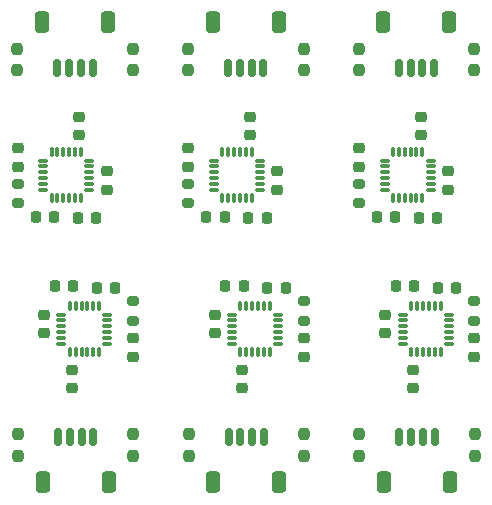
<source format=gbr>
%TF.GenerationSoftware,KiCad,Pcbnew,6.0.9-8da3e8f707~116~ubuntu20.04.1*%
%TF.CreationDate,2022-11-17T11:37:03+01:00*%
%TF.ProjectId,panel_sensor,70616e65-6c5f-4736-956e-736f722e6b69,rev?*%
%TF.SameCoordinates,Original*%
%TF.FileFunction,Paste,Top*%
%TF.FilePolarity,Positive*%
%FSLAX46Y46*%
G04 Gerber Fmt 4.6, Leading zero omitted, Abs format (unit mm)*
G04 Created by KiCad (PCBNEW 6.0.9-8da3e8f707~116~ubuntu20.04.1) date 2022-11-17 11:37:03*
%MOMM*%
%LPD*%
G01*
G04 APERTURE LIST*
G04 Aperture macros list*
%AMRoundRect*
0 Rectangle with rounded corners*
0 $1 Rounding radius*
0 $2 $3 $4 $5 $6 $7 $8 $9 X,Y pos of 4 corners*
0 Add a 4 corners polygon primitive as box body*
4,1,4,$2,$3,$4,$5,$6,$7,$8,$9,$2,$3,0*
0 Add four circle primitives for the rounded corners*
1,1,$1+$1,$2,$3*
1,1,$1+$1,$4,$5*
1,1,$1+$1,$6,$7*
1,1,$1+$1,$8,$9*
0 Add four rect primitives between the rounded corners*
20,1,$1+$1,$2,$3,$4,$5,0*
20,1,$1+$1,$4,$5,$6,$7,0*
20,1,$1+$1,$6,$7,$8,$9,0*
20,1,$1+$1,$8,$9,$2,$3,0*%
G04 Aperture macros list end*
%ADD10RoundRect,0.218750X0.256250X-0.218750X0.256250X0.218750X-0.256250X0.218750X-0.256250X-0.218750X0*%
%ADD11RoundRect,0.237500X0.237500X-0.250000X0.237500X0.250000X-0.237500X0.250000X-0.237500X-0.250000X0*%
%ADD12RoundRect,0.225000X0.225000X0.250000X-0.225000X0.250000X-0.225000X-0.250000X0.225000X-0.250000X0*%
%ADD13RoundRect,0.218750X-0.256250X0.218750X-0.256250X-0.218750X0.256250X-0.218750X0.256250X0.218750X0*%
%ADD14RoundRect,0.225000X-0.225000X-0.250000X0.225000X-0.250000X0.225000X0.250000X-0.225000X0.250000X0*%
%ADD15RoundRect,0.237500X-0.237500X0.250000X-0.237500X-0.250000X0.237500X-0.250000X0.237500X0.250000X0*%
%ADD16RoundRect,0.225000X-0.250000X0.225000X-0.250000X-0.225000X0.250000X-0.225000X0.250000X0.225000X0*%
%ADD17RoundRect,0.075000X-0.350000X-0.075000X0.350000X-0.075000X0.350000X0.075000X-0.350000X0.075000X0*%
%ADD18RoundRect,0.075000X0.075000X-0.350000X0.075000X0.350000X-0.075000X0.350000X-0.075000X-0.350000X0*%
%ADD19RoundRect,0.150000X-0.150000X-0.625000X0.150000X-0.625000X0.150000X0.625000X-0.150000X0.625000X0*%
%ADD20RoundRect,0.250000X-0.350000X-0.650000X0.350000X-0.650000X0.350000X0.650000X-0.350000X0.650000X0*%
%ADD21RoundRect,0.150000X0.150000X0.625000X-0.150000X0.625000X-0.150000X-0.625000X0.150000X-0.625000X0*%
%ADD22RoundRect,0.250000X0.350000X0.650000X-0.350000X0.650000X-0.350000X-0.650000X0.350000X-0.650000X0*%
%ADD23RoundRect,0.200000X-0.275000X0.200000X-0.275000X-0.200000X0.275000X-0.200000X0.275000X0.200000X0*%
%ADD24RoundRect,0.225000X0.250000X-0.225000X0.250000X0.225000X-0.250000X0.225000X-0.250000X-0.225000X0*%
%ADD25RoundRect,0.200000X0.275000X-0.200000X0.275000X0.200000X-0.275000X0.200000X-0.275000X-0.200000X0*%
%ADD26RoundRect,0.075000X0.350000X0.075000X-0.350000X0.075000X-0.350000X-0.075000X0.350000X-0.075000X0*%
%ADD27RoundRect,0.075000X-0.075000X0.350000X-0.075000X-0.350000X0.075000X-0.350000X0.075000X0.350000X0*%
G04 APERTURE END LIST*
D10*
%TO.C,D1*%
X38800000Y-28437500D03*
X38800000Y-26862500D03*
%TD*%
D11*
%TO.C,R3*%
X38810000Y-52945000D03*
X38810000Y-51120000D03*
%TD*%
D12*
%TO.C,C4*%
X27411000Y-32710000D03*
X25861000Y-32710000D03*
%TD*%
D13*
%TO.C,D1*%
X63000000Y-42962500D03*
X63000000Y-44537500D03*
%TD*%
D14*
%TO.C,C4*%
X31039000Y-38690000D03*
X32589000Y-38690000D03*
%TD*%
D15*
%TO.C,R3*%
X48540000Y-18455000D03*
X48540000Y-20280000D03*
%TD*%
D12*
%TO.C,C4*%
X56311000Y-32710000D03*
X54761000Y-32710000D03*
%TD*%
%TO.C,C1*%
X29020000Y-38566000D03*
X27470000Y-38566000D03*
%TD*%
D11*
%TO.C,R2*%
X34140000Y-52945000D03*
X34140000Y-51120000D03*
%TD*%
D16*
%TO.C,C3*%
X43350000Y-45625000D03*
X43350000Y-47175000D03*
%TD*%
D17*
%TO.C,U1*%
X40956000Y-27930000D03*
X40956000Y-28430000D03*
X40956000Y-28930000D03*
X40956000Y-29430000D03*
X40956000Y-29930000D03*
X40956000Y-30430000D03*
D18*
X41656000Y-31130000D03*
X42156000Y-31130000D03*
X42656000Y-31130000D03*
X43156000Y-31130000D03*
X43656000Y-31130000D03*
X44156000Y-31130000D03*
D17*
X44856000Y-30430000D03*
X44856000Y-29930000D03*
X44856000Y-29430000D03*
X44856000Y-28930000D03*
X44856000Y-28430000D03*
X44856000Y-27930000D03*
D18*
X44156000Y-27230000D03*
X43656000Y-27230000D03*
X43156000Y-27230000D03*
X42656000Y-27230000D03*
X42156000Y-27230000D03*
X41656000Y-27230000D03*
%TD*%
D17*
%TO.C,U1*%
X55406000Y-27930000D03*
X55406000Y-28430000D03*
X55406000Y-28930000D03*
X55406000Y-29430000D03*
X55406000Y-29930000D03*
X55406000Y-30430000D03*
D18*
X56106000Y-31130000D03*
X56606000Y-31130000D03*
X57106000Y-31130000D03*
X57606000Y-31130000D03*
X58106000Y-31130000D03*
X58606000Y-31130000D03*
D17*
X59306000Y-30430000D03*
X59306000Y-29930000D03*
X59306000Y-29430000D03*
X59306000Y-28930000D03*
X59306000Y-28430000D03*
X59306000Y-27930000D03*
D18*
X58606000Y-27230000D03*
X58106000Y-27230000D03*
X57606000Y-27230000D03*
X57106000Y-27230000D03*
X56606000Y-27230000D03*
X56106000Y-27230000D03*
%TD*%
D11*
%TO.C,R2*%
X63040000Y-52945000D03*
X63040000Y-51120000D03*
%TD*%
D19*
%TO.C,J1*%
X56650000Y-51300000D03*
X57650000Y-51300000D03*
X58650000Y-51300000D03*
X59650000Y-51300000D03*
D20*
X55350000Y-55175000D03*
X60950000Y-55175000D03*
%TD*%
D21*
%TO.C,J1*%
X59600000Y-20100000D03*
X58600000Y-20100000D03*
X57600000Y-20100000D03*
X56600000Y-20100000D03*
D22*
X60900000Y-16225000D03*
X55300000Y-16225000D03*
%TD*%
D16*
%TO.C,C2*%
X26575000Y-41000000D03*
X26575000Y-42550000D03*
%TD*%
D23*
%TO.C,R1*%
X63000000Y-39850000D03*
X63000000Y-41500000D03*
%TD*%
D19*
%TO.C,J1*%
X42200000Y-51300000D03*
X43200000Y-51300000D03*
X44200000Y-51300000D03*
X45200000Y-51300000D03*
D20*
X40900000Y-55175000D03*
X46500000Y-55175000D03*
%TD*%
D19*
%TO.C,J1*%
X27750000Y-51300000D03*
X28750000Y-51300000D03*
X29750000Y-51300000D03*
X30750000Y-51300000D03*
D20*
X32050000Y-55175000D03*
X26450000Y-55175000D03*
%TD*%
D17*
%TO.C,U1*%
X26506000Y-27930000D03*
X26506000Y-28430000D03*
X26506000Y-28930000D03*
X26506000Y-29430000D03*
X26506000Y-29930000D03*
X26506000Y-30430000D03*
D18*
X27206000Y-31130000D03*
X27706000Y-31130000D03*
X28206000Y-31130000D03*
X28706000Y-31130000D03*
X29206000Y-31130000D03*
X29706000Y-31130000D03*
D17*
X30406000Y-30430000D03*
X30406000Y-29930000D03*
X30406000Y-29430000D03*
X30406000Y-28930000D03*
X30406000Y-28430000D03*
X30406000Y-27930000D03*
D18*
X29706000Y-27230000D03*
X29206000Y-27230000D03*
X28706000Y-27230000D03*
X28206000Y-27230000D03*
X27706000Y-27230000D03*
X27206000Y-27230000D03*
%TD*%
D23*
%TO.C,R1*%
X34100000Y-39850000D03*
X34100000Y-41500000D03*
%TD*%
D15*
%TO.C,R3*%
X34090000Y-18455000D03*
X34090000Y-20280000D03*
%TD*%
D24*
%TO.C,C2*%
X46325000Y-30400000D03*
X46325000Y-28850000D03*
%TD*%
D15*
%TO.C,R2*%
X24310000Y-18455000D03*
X24310000Y-20280000D03*
%TD*%
D24*
%TO.C,C3*%
X58450000Y-25775000D03*
X58450000Y-24225000D03*
%TD*%
D25*
%TO.C,R1*%
X38800000Y-31550000D03*
X38800000Y-29900000D03*
%TD*%
D26*
%TO.C,U1*%
X46394000Y-43470000D03*
X46394000Y-42970000D03*
X46394000Y-42470000D03*
X46394000Y-41970000D03*
X46394000Y-41470000D03*
X46394000Y-40970000D03*
D27*
X45694000Y-40270000D03*
X45194000Y-40270000D03*
X44694000Y-40270000D03*
X44194000Y-40270000D03*
X43694000Y-40270000D03*
X43194000Y-40270000D03*
D26*
X42494000Y-40970000D03*
X42494000Y-41470000D03*
X42494000Y-41970000D03*
X42494000Y-42470000D03*
X42494000Y-42970000D03*
X42494000Y-43470000D03*
D27*
X43194000Y-44170000D03*
X43694000Y-44170000D03*
X44194000Y-44170000D03*
X44694000Y-44170000D03*
X45194000Y-44170000D03*
X45694000Y-44170000D03*
%TD*%
D11*
%TO.C,R3*%
X53260000Y-52945000D03*
X53260000Y-51120000D03*
%TD*%
D12*
%TO.C,C1*%
X43470000Y-38566000D03*
X41920000Y-38566000D03*
%TD*%
D15*
%TO.C,R2*%
X38760000Y-18455000D03*
X38760000Y-20280000D03*
%TD*%
D14*
%TO.C,C4*%
X45489000Y-38690000D03*
X47039000Y-38690000D03*
%TD*%
D16*
%TO.C,C3*%
X57800000Y-45625000D03*
X57800000Y-47175000D03*
%TD*%
D15*
%TO.C,R2*%
X53210000Y-18455000D03*
X53210000Y-20280000D03*
%TD*%
D12*
%TO.C,C1*%
X57920000Y-38566000D03*
X56370000Y-38566000D03*
%TD*%
D13*
%TO.C,D1*%
X48550000Y-42962500D03*
X48550000Y-44537500D03*
%TD*%
D23*
%TO.C,R1*%
X48550000Y-39850000D03*
X48550000Y-41500000D03*
%TD*%
D13*
%TO.C,D1*%
X34100000Y-42962500D03*
X34100000Y-44537500D03*
%TD*%
D25*
%TO.C,R1*%
X53250000Y-31550000D03*
X53250000Y-29900000D03*
%TD*%
D16*
%TO.C,C3*%
X28900000Y-45625000D03*
X28900000Y-47175000D03*
%TD*%
%TO.C,C2*%
X55475000Y-41000000D03*
X55475000Y-42550000D03*
%TD*%
D21*
%TO.C,J1*%
X45150000Y-20100000D03*
X44150000Y-20100000D03*
X43150000Y-20100000D03*
X42150000Y-20100000D03*
D22*
X40850000Y-16225000D03*
X46450000Y-16225000D03*
%TD*%
D16*
%TO.C,C2*%
X41025000Y-41000000D03*
X41025000Y-42550000D03*
%TD*%
D25*
%TO.C,R1*%
X24350000Y-31550000D03*
X24350000Y-29900000D03*
%TD*%
D14*
%TO.C,C1*%
X43880000Y-32834000D03*
X45430000Y-32834000D03*
%TD*%
D15*
%TO.C,R3*%
X62990000Y-18455000D03*
X62990000Y-20280000D03*
%TD*%
D14*
%TO.C,C1*%
X29430000Y-32834000D03*
X30980000Y-32834000D03*
%TD*%
D24*
%TO.C,C2*%
X31875000Y-30400000D03*
X31875000Y-28850000D03*
%TD*%
%TO.C,C2*%
X60775000Y-30400000D03*
X60775000Y-28850000D03*
%TD*%
D11*
%TO.C,R3*%
X24360000Y-52945000D03*
X24360000Y-51120000D03*
%TD*%
D12*
%TO.C,C4*%
X41861000Y-32710000D03*
X40311000Y-32710000D03*
%TD*%
D10*
%TO.C,D1*%
X24350000Y-28437500D03*
X24350000Y-26862500D03*
%TD*%
D24*
%TO.C,C3*%
X44000000Y-25775000D03*
X44000000Y-24225000D03*
%TD*%
D26*
%TO.C,U1*%
X31944000Y-43470000D03*
X31944000Y-42970000D03*
X31944000Y-42470000D03*
X31944000Y-41970000D03*
X31944000Y-41470000D03*
X31944000Y-40970000D03*
D27*
X31244000Y-40270000D03*
X30744000Y-40270000D03*
X30244000Y-40270000D03*
X29744000Y-40270000D03*
X29244000Y-40270000D03*
X28744000Y-40270000D03*
D26*
X28044000Y-40970000D03*
X28044000Y-41470000D03*
X28044000Y-41970000D03*
X28044000Y-42470000D03*
X28044000Y-42970000D03*
X28044000Y-43470000D03*
D27*
X28744000Y-44170000D03*
X29244000Y-44170000D03*
X29744000Y-44170000D03*
X30244000Y-44170000D03*
X30744000Y-44170000D03*
X31244000Y-44170000D03*
%TD*%
D26*
%TO.C,U1*%
X60844000Y-43470000D03*
X60844000Y-42970000D03*
X60844000Y-42470000D03*
X60844000Y-41970000D03*
X60844000Y-41470000D03*
X60844000Y-40970000D03*
D27*
X60144000Y-40270000D03*
X59644000Y-40270000D03*
X59144000Y-40270000D03*
X58644000Y-40270000D03*
X58144000Y-40270000D03*
X57644000Y-40270000D03*
D26*
X56944000Y-40970000D03*
X56944000Y-41470000D03*
X56944000Y-41970000D03*
X56944000Y-42470000D03*
X56944000Y-42970000D03*
X56944000Y-43470000D03*
D27*
X57644000Y-44170000D03*
X58144000Y-44170000D03*
X58644000Y-44170000D03*
X59144000Y-44170000D03*
X59644000Y-44170000D03*
X60144000Y-44170000D03*
%TD*%
D10*
%TO.C,D1*%
X53250000Y-28437500D03*
X53250000Y-26862500D03*
%TD*%
D14*
%TO.C,C1*%
X58330000Y-32834000D03*
X59880000Y-32834000D03*
%TD*%
D11*
%TO.C,R2*%
X48590000Y-52945000D03*
X48590000Y-51120000D03*
%TD*%
D14*
%TO.C,C4*%
X59939000Y-38690000D03*
X61489000Y-38690000D03*
%TD*%
D24*
%TO.C,C3*%
X29550000Y-25775000D03*
X29550000Y-24225000D03*
%TD*%
D21*
%TO.C,J1*%
X30700000Y-20100000D03*
X29700000Y-20100000D03*
X28700000Y-20100000D03*
X27700000Y-20100000D03*
D22*
X32000000Y-16225000D03*
X26400000Y-16225000D03*
%TD*%
M02*

</source>
